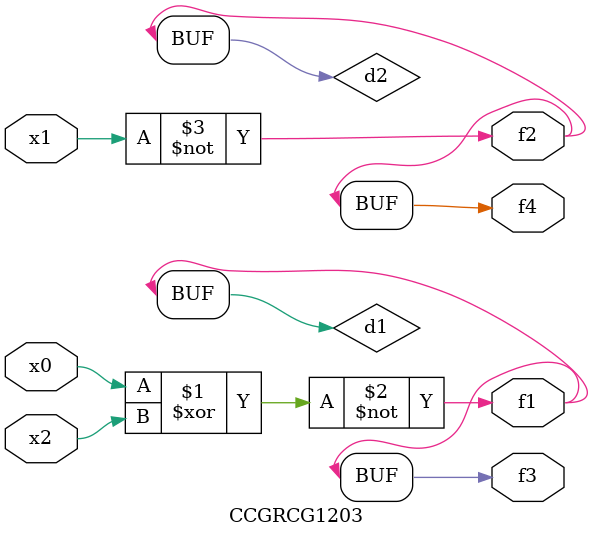
<source format=v>
module CCGRCG1203(
	input x0, x1, x2,
	output f1, f2, f3, f4
);

	wire d1, d2, d3;

	xnor (d1, x0, x2);
	nand (d2, x1);
	nor (d3, x1, x2);
	assign f1 = d1;
	assign f2 = d2;
	assign f3 = d1;
	assign f4 = d2;
endmodule

</source>
